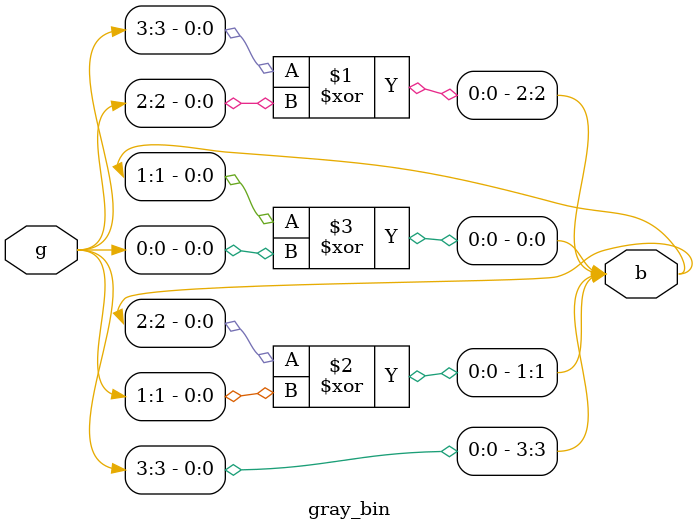
<source format=v>
`timescale 1ns / 1ps

module gray_bin(g,b);
input [3:0]g;
output [3:0]b;

buf u3(b[3],g[3]);
xor u0(b[2],b[3],g[2]);
xor u1(b[1],b[2],g[1]);
xor u2(b[0],b[1],g[0]);
	    
endmodule

</source>
